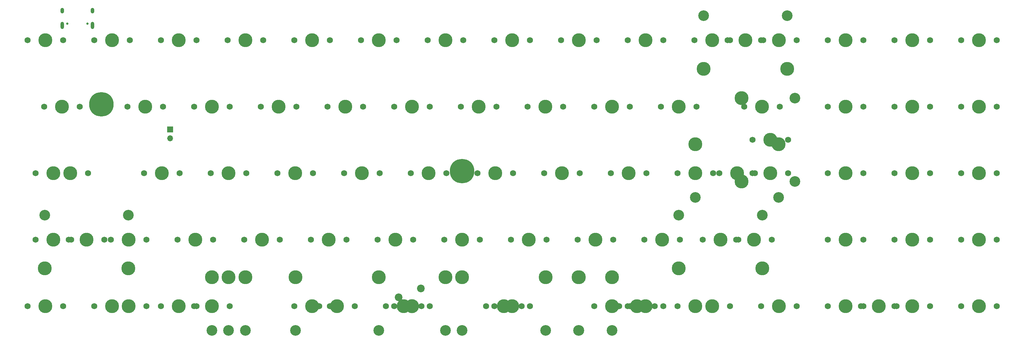
<source format=gbr>
%TF.GenerationSoftware,KiCad,Pcbnew,(7.0.0)*%
%TF.CreationDate,2024-06-11T23:13:23+02:00*%
%TF.ProjectId,qazimodo,71617a69-6d6f-4646-9f2e-6b696361645f,rev?*%
%TF.SameCoordinates,Original*%
%TF.FileFunction,Soldermask,Top*%
%TF.FilePolarity,Negative*%
%FSLAX46Y46*%
G04 Gerber Fmt 4.6, Leading zero omitted, Abs format (unit mm)*
G04 Created by KiCad (PCBNEW (7.0.0)) date 2024-06-11 23:13:23*
%MOMM*%
%LPD*%
G01*
G04 APERTURE LIST*
%ADD10C,1.750000*%
%ADD11C,3.987800*%
%ADD12C,3.048000*%
%ADD13C,4.000000*%
%ADD14C,2.200000*%
%ADD15C,1.000000*%
%ADD16C,7.001300*%
%ADD17C,7.000240*%
%ADD18R,1.700000X1.700000*%
%ADD19O,1.700000X1.700000*%
%ADD20C,0.650000*%
%ADD21O,1.000000X1.600000*%
%ADD22O,1.000000X2.100000*%
G04 APERTURE END LIST*
D10*
%TO.C,MX3*%
X88582500Y-55562500D03*
D11*
X93662500Y-55562500D03*
D10*
X98742500Y-55562500D03*
%TD*%
%TO.C,MX68*%
X317182500Y-131762500D03*
D11*
X322262500Y-131762500D03*
D10*
X327342500Y-131762500D03*
%TD*%
D11*
%TO.C,MX61*%
X174663687Y-123507500D03*
D12*
X174663687Y-138747500D03*
D10*
X181489937Y-131762500D03*
D11*
X186569937Y-131762500D03*
D10*
X191649937Y-131762500D03*
D11*
X198476187Y-123507500D03*
D12*
X198476187Y-138747500D03*
%TD*%
D10*
%TO.C,MX52*%
X279082500Y-112712500D03*
D11*
X284162500Y-112712500D03*
D10*
X289242500Y-112712500D03*
%TD*%
%TO.C,MX34*%
X140970000Y-93662500D03*
D11*
X146050000Y-93662500D03*
D10*
X151130000Y-93662500D03*
%TD*%
%TO.C,MX9*%
X202882500Y-55562500D03*
D11*
X207962500Y-55562500D03*
D10*
X213042500Y-55562500D03*
%TD*%
%TO.C,MX14*%
X298132500Y-55562500D03*
D11*
X303212500Y-55562500D03*
D10*
X308292500Y-55562500D03*
%TD*%
%TO.C,MX27*%
X279082500Y-74612500D03*
D11*
X284162500Y-74612500D03*
D10*
X289242500Y-74612500D03*
%TD*%
%TO.C,MX30a1*%
X52795628Y-93662501D03*
D11*
X57875628Y-93662501D03*
D10*
X62955628Y-93662501D03*
%TD*%
%TO.C,MX42*%
X317182500Y-93662500D03*
D11*
X322262500Y-93662500D03*
D10*
X327342500Y-93662500D03*
%TD*%
%TO.C,MX39a1*%
X236220000Y-93662500D03*
D11*
X241300000Y-93662500D03*
D10*
X246380000Y-93662500D03*
%TD*%
%TO.C,MX50*%
X207645000Y-112712500D03*
D11*
X212725000Y-112712500D03*
D10*
X217805000Y-112712500D03*
%TD*%
D11*
%TO.C,MX60b1*%
X112712500Y-123507500D03*
D12*
X112712500Y-138747500D03*
D10*
X155257500Y-131762500D03*
D11*
X160337500Y-131762500D03*
D10*
X165417500Y-131762500D03*
D11*
X207962500Y-123507500D03*
D12*
X207962500Y-138747500D03*
%TD*%
D10*
%TO.C,MX25*%
X231457500Y-74612500D03*
D11*
X236537500Y-74612500D03*
D10*
X241617500Y-74612500D03*
%TD*%
%TO.C,MX11*%
X240982500Y-55562500D03*
D11*
X246062500Y-55562500D03*
D10*
X251142500Y-55562500D03*
%TD*%
%TO.C,MX62*%
X212407500Y-131762500D03*
D11*
X217487500Y-131762500D03*
D10*
X222567500Y-131762500D03*
%TD*%
%TO.C,MX41*%
X298132500Y-93662500D03*
D11*
X303212500Y-93662500D03*
D10*
X308292500Y-93662500D03*
%TD*%
%TO.C,MX54*%
X317182500Y-112712500D03*
D11*
X322262500Y-112712500D03*
D10*
X327342500Y-112712500D03*
%TD*%
D12*
%TO.C,MX12a1*%
X243681250Y-48577500D03*
D11*
X243681250Y-63817500D03*
D10*
X250507500Y-55562500D03*
D11*
X255587500Y-55562500D03*
D10*
X260667500Y-55562500D03*
D12*
X267493750Y-48577500D03*
D11*
X267493750Y-63817500D03*
%TD*%
D13*
%TO.C,MX60c1*%
X160337500Y-131762500D03*
D14*
X156527500Y-129222500D03*
X162877500Y-126682500D03*
%TD*%
D10*
%TO.C,MX45*%
X112395000Y-112712500D03*
D11*
X117475000Y-112712500D03*
D10*
X122555000Y-112712500D03*
%TD*%
%TO.C,MX67*%
X298132500Y-131762500D03*
D11*
X303212500Y-131762500D03*
D10*
X308292500Y-131762500D03*
%TD*%
%TO.C,MX53*%
X298132500Y-112712500D03*
D11*
X303212500Y-112712500D03*
D10*
X308292500Y-112712500D03*
%TD*%
%TO.C,MX33*%
X121920000Y-93662500D03*
D11*
X127000000Y-93662500D03*
D10*
X132080000Y-93662500D03*
%TD*%
%TO.C,MX8*%
X183832500Y-55562500D03*
D11*
X188912500Y-55562500D03*
D10*
X193992500Y-55562500D03*
%TD*%
%TO.C,MX38*%
X217170000Y-93662500D03*
D11*
X222250000Y-93662500D03*
D10*
X227330000Y-93662500D03*
%TD*%
%TO.C,MX48*%
X169545000Y-112712500D03*
D11*
X174625000Y-112712500D03*
D10*
X179705000Y-112712500D03*
%TD*%
%TO.C,MX19*%
X117157500Y-74612500D03*
D11*
X122237500Y-74612500D03*
D10*
X127317500Y-74612500D03*
%TD*%
D11*
%TO.C,MX26a1*%
X254444500Y-72199500D03*
X254444500Y-96075500D03*
D10*
X257619500Y-84137500D03*
D11*
X262699500Y-84137500D03*
D10*
X267779500Y-84137500D03*
D12*
X269684500Y-72199500D03*
X269684500Y-96075500D03*
%TD*%
D10*
%TO.C,MX10*%
X221932500Y-55562500D03*
D11*
X227012500Y-55562500D03*
D10*
X232092500Y-55562500D03*
%TD*%
%TO.C,MX21*%
X155257500Y-74612500D03*
D11*
X160337500Y-74612500D03*
D10*
X165417500Y-74612500D03*
%TD*%
%TO.C,MX66a1*%
X288607500Y-131762500D03*
D11*
X293687500Y-131762500D03*
D10*
X298767500Y-131762500D03*
%TD*%
%TO.C,MX37*%
X198120000Y-93662500D03*
D11*
X203200000Y-93662500D03*
D10*
X208280000Y-93662500D03*
%TD*%
%TO.C,MX64*%
X236220000Y-131762500D03*
D11*
X241300000Y-131762500D03*
D10*
X246380000Y-131762500D03*
%TD*%
%TO.C,MX46*%
X131445000Y-112712500D03*
D11*
X136525000Y-112712500D03*
D10*
X141605000Y-112712500D03*
%TD*%
D11*
%TO.C,MX39*%
X241268250Y-85407500D03*
D12*
X241268250Y-100647500D03*
D10*
X248094500Y-93662500D03*
D11*
X253174500Y-93662500D03*
D10*
X258254500Y-93662500D03*
D11*
X265080750Y-85407500D03*
D12*
X265080750Y-100647500D03*
%TD*%
D10*
%TO.C,MX44*%
X93345000Y-112712500D03*
D11*
X98425000Y-112712500D03*
D10*
X103505000Y-112712500D03*
%TD*%
%TO.C,MX26*%
X255270000Y-74612500D03*
D11*
X260350000Y-74612500D03*
D10*
X265430000Y-74612500D03*
%TD*%
D11*
%TO.C,MX61a1*%
X169862500Y-123507500D03*
D12*
X169862500Y-138747500D03*
D10*
X183832500Y-131762500D03*
D11*
X188912500Y-131762500D03*
D10*
X193992500Y-131762500D03*
D11*
X207962500Y-123507500D03*
D12*
X207962500Y-138747500D03*
%TD*%
D10*
%TO.C,MX30*%
X57594500Y-93662500D03*
D11*
X62674500Y-93662500D03*
D10*
X67754500Y-93662500D03*
%TD*%
%TO.C,MX40*%
X279082500Y-93662500D03*
D11*
X284162500Y-93662500D03*
D10*
X289242500Y-93662500D03*
%TD*%
%TO.C,MX49*%
X188595000Y-112712500D03*
D11*
X193675000Y-112712500D03*
D10*
X198755000Y-112712500D03*
%TD*%
%TO.C,MX23*%
X193357500Y-74612500D03*
D11*
X198437500Y-74612500D03*
D10*
X203517500Y-74612500D03*
%TD*%
%TO.C,MX24*%
X212407500Y-74612500D03*
D11*
X217487500Y-74612500D03*
D10*
X222567500Y-74612500D03*
%TD*%
%TO.C,MX55*%
X50482500Y-131762500D03*
D11*
X55562500Y-131762500D03*
D10*
X60642500Y-131762500D03*
%TD*%
%TO.C,MX2*%
X69532500Y-55562500D03*
D11*
X74612500Y-55562500D03*
D10*
X79692500Y-55562500D03*
%TD*%
%TO.C,MX31*%
X83820000Y-93662500D03*
D11*
X88900000Y-93662500D03*
D10*
X93980000Y-93662500D03*
%TD*%
%TO.C,MX63b1*%
X219550000Y-131762500D03*
D11*
X224630000Y-131762500D03*
D10*
X229710000Y-131762500D03*
%TD*%
%TO.C,MX58*%
X98107500Y-131762500D03*
D11*
X103187500Y-131762500D03*
D10*
X108267500Y-131762500D03*
%TD*%
%TO.C,MX29*%
X317182500Y-74612500D03*
D11*
X322262500Y-74612500D03*
D10*
X327342500Y-74612500D03*
%TD*%
%TO.C,MX57a1*%
X88582500Y-131762500D03*
D11*
X93662500Y-131762500D03*
D10*
X98742500Y-131762500D03*
%TD*%
%TO.C,MX32*%
X102870000Y-93662500D03*
D11*
X107950000Y-93662500D03*
D10*
X113030000Y-93662500D03*
%TD*%
%TO.C,MX12*%
X260032500Y-55562500D03*
D11*
X265112500Y-55562500D03*
D10*
X270192500Y-55562500D03*
%TD*%
%TO.C,MX17*%
X79057500Y-74612500D03*
D11*
X84137500Y-74612500D03*
D10*
X89217500Y-74612500D03*
%TD*%
%TO.C,MX16*%
X55245000Y-74612500D03*
D11*
X60325000Y-74612500D03*
D10*
X65405000Y-74612500D03*
%TD*%
D11*
%TO.C,MX60a1*%
X107924600Y-123507500D03*
D12*
X107924600Y-138747500D03*
D10*
X152844500Y-131762500D03*
D11*
X157924500Y-131762500D03*
D10*
X163004500Y-131762500D03*
D11*
X207924400Y-123507500D03*
D12*
X207924400Y-138747500D03*
%TD*%
D10*
%TO.C,MX36*%
X179070000Y-93662500D03*
D11*
X184150000Y-93662500D03*
D10*
X189230000Y-93662500D03*
%TD*%
D11*
%TO.C,MX59a1*%
X112712500Y-123507500D03*
D12*
X112712500Y-138747500D03*
D10*
X126682500Y-131762500D03*
D11*
X131762500Y-131762500D03*
D10*
X136842500Y-131762500D03*
D11*
X150812500Y-123507500D03*
D12*
X150812500Y-138747500D03*
%TD*%
%TO.C,MX51b1*%
X236569250Y-105727500D03*
D11*
X236569250Y-120967500D03*
D10*
X243395500Y-112712500D03*
D11*
X248475500Y-112712500D03*
D10*
X253555500Y-112712500D03*
D12*
X260381750Y-105727500D03*
D11*
X260381750Y-120967500D03*
%TD*%
D10*
%TO.C,MX5*%
X126682500Y-55562500D03*
D11*
X131762500Y-55562500D03*
D10*
X136842500Y-55562500D03*
%TD*%
%TO.C,MX7*%
X164782500Y-55562500D03*
D11*
X169862500Y-55562500D03*
D10*
X174942500Y-55562500D03*
%TD*%
%TO.C,MX18*%
X98107500Y-74612500D03*
D11*
X103187500Y-74612500D03*
D10*
X108267500Y-74612500D03*
%TD*%
%TO.C,MX15*%
X317182500Y-55562500D03*
D11*
X322262500Y-55562500D03*
D10*
X327342500Y-55562500D03*
%TD*%
%TO.C,MX56b1*%
X74295000Y-131762500D03*
D11*
X79375000Y-131762500D03*
D10*
X84455000Y-131762500D03*
%TD*%
%TO.C,MX63*%
X221932500Y-131762500D03*
D11*
X227012500Y-131762500D03*
D10*
X232092500Y-131762500D03*
%TD*%
%TO.C,MX4*%
X107632500Y-55562500D03*
D11*
X112712500Y-55562500D03*
D10*
X117792500Y-55562500D03*
%TD*%
%TO.C,MX20*%
X136207500Y-74612500D03*
D11*
X141287500Y-74612500D03*
D10*
X146367500Y-74612500D03*
%TD*%
%TO.C,MX28*%
X298132500Y-74612500D03*
D11*
X303212500Y-74612500D03*
D10*
X308292500Y-74612500D03*
%TD*%
%TO.C,MX51*%
X226695000Y-112712500D03*
D11*
X231775000Y-112712500D03*
D10*
X236855000Y-112712500D03*
%TD*%
%TO.C,MX35*%
X160020000Y-93662500D03*
D11*
X165100000Y-93662500D03*
D10*
X170180000Y-93662500D03*
%TD*%
%TO.C,MX66*%
X279082500Y-131762500D03*
D11*
X284162500Y-131762500D03*
D10*
X289242500Y-131762500D03*
%TD*%
%TO.C,MX51a1*%
X252920500Y-112712500D03*
D11*
X258000500Y-112712500D03*
D10*
X263080500Y-112712500D03*
%TD*%
D11*
%TO.C,MX59*%
X127031750Y-123507500D03*
D12*
X127031750Y-138747500D03*
D10*
X133858000Y-131762500D03*
D11*
X138938000Y-131762500D03*
D10*
X144018000Y-131762500D03*
D11*
X150844250Y-123507500D03*
D12*
X150844250Y-138747500D03*
%TD*%
D10*
%TO.C,MX64b1*%
X240982500Y-131762500D03*
D11*
X246062500Y-131762500D03*
D10*
X251142500Y-131762500D03*
%TD*%
%TO.C,MX47*%
X150495000Y-112712500D03*
D11*
X155575000Y-112712500D03*
D10*
X160655000Y-112712500D03*
%TD*%
D15*
%TO.C,*%
X69325000Y-73991000D03*
X69325000Y-73991000D03*
X69998654Y-72364654D03*
X69998654Y-72364654D03*
X69998654Y-75617346D03*
X69998654Y-75617346D03*
X71625000Y-71691000D03*
X71625000Y-71691000D03*
D16*
X71625000Y-73991000D03*
X71625000Y-73991000D03*
D15*
X71625000Y-76291000D03*
X71625000Y-76291000D03*
X73251346Y-72364654D03*
X73251346Y-72364654D03*
X73251346Y-75617346D03*
X73251346Y-75617346D03*
X73925000Y-73991000D03*
X73925000Y-73991000D03*
D17*
X174625000Y-93091000D03*
X174625000Y-93091000D03*
%TD*%
D10*
%TO.C,MX39b1*%
X257619500Y-93662500D03*
D11*
X262699500Y-93662500D03*
D10*
X267779500Y-93662500D03*
%TD*%
%TO.C,MX56*%
X69532500Y-131762500D03*
D11*
X74612500Y-131762500D03*
D10*
X79692500Y-131762500D03*
%TD*%
%TO.C,MX43b1*%
X74295000Y-112712500D03*
D11*
X79375000Y-112712500D03*
D10*
X84455000Y-112712500D03*
%TD*%
%TO.C,MX43a1*%
X52839685Y-112727971D03*
D11*
X57919685Y-112727971D03*
D10*
X62999685Y-112727971D03*
%TD*%
%TO.C,MX65b1*%
X260032500Y-131762500D03*
D11*
X265112500Y-131762500D03*
D10*
X270192500Y-131762500D03*
%TD*%
%TO.C,MX22*%
X174307500Y-74612500D03*
D11*
X179387500Y-74612500D03*
D10*
X184467500Y-74612500D03*
%TD*%
%TO.C,MX13*%
X279082500Y-55562500D03*
D11*
X284162500Y-55562500D03*
D10*
X289242500Y-55562500D03*
%TD*%
%TO.C,MX6*%
X145732500Y-55562500D03*
D11*
X150812500Y-55562500D03*
D10*
X155892500Y-55562500D03*
%TD*%
D11*
%TO.C,MX60*%
X103187500Y-123507500D03*
D12*
X103187500Y-138747500D03*
D10*
X155257500Y-131762500D03*
D11*
X160337500Y-131762500D03*
D10*
X165417500Y-131762500D03*
D11*
X217487500Y-123507500D03*
D12*
X217487500Y-138747500D03*
%TD*%
D10*
%TO.C,MX1*%
X50482500Y-55562500D03*
D11*
X55562500Y-55562500D03*
D10*
X60642500Y-55562500D03*
%TD*%
D12*
%TO.C,MX43*%
X55467250Y-105727500D03*
D11*
X55467250Y-120967500D03*
D10*
X62293500Y-112712500D03*
D11*
X67373500Y-112712500D03*
D10*
X72453500Y-112712500D03*
D12*
X79279750Y-105727500D03*
D11*
X79279750Y-120967500D03*
%TD*%
D18*
%TO.C,SW2*%
X91243017Y-81180236D03*
D19*
X91243017Y-83720236D03*
%TD*%
D20*
%TO.C,J3*%
X61880000Y-50808000D03*
X67660000Y-50808000D03*
D21*
X60449999Y-47157999D03*
D22*
X60449999Y-51337999D03*
D21*
X69089999Y-47157999D03*
D22*
X69089999Y-51337999D03*
%TD*%
M02*

</source>
